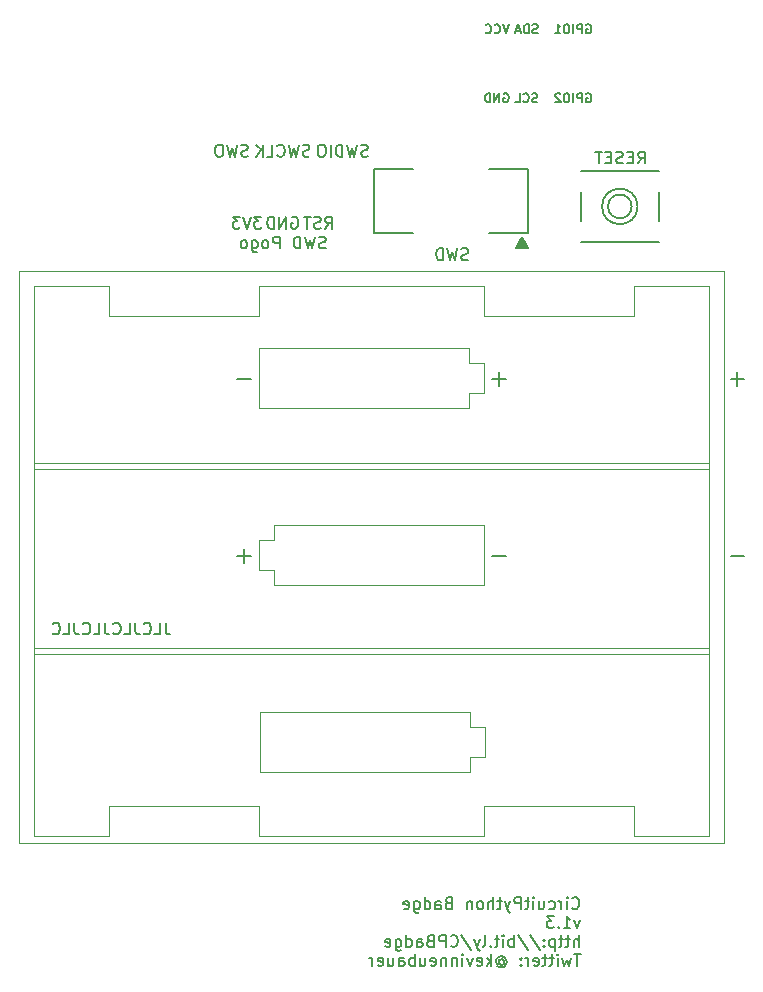
<source format=gbo>
G04 #@! TF.GenerationSoftware,KiCad,Pcbnew,(5.1.4-0-10_14)*
G04 #@! TF.CreationDate,2019-11-18T16:06:03-06:00*
G04 #@! TF.ProjectId,CircuitPythonBadge v1_3,43697263-7569-4745-9079-74686f6e4261,rev?*
G04 #@! TF.SameCoordinates,Original*
G04 #@! TF.FileFunction,Legend,Bot*
G04 #@! TF.FilePolarity,Positive*
%FSLAX46Y46*%
G04 Gerber Fmt 4.6, Leading zero omitted, Abs format (unit mm)*
G04 Created by KiCad (PCBNEW (5.1.4-0-10_14)) date 2019-11-18 16:06:03*
%MOMM*%
%LPD*%
G04 APERTURE LIST*
%ADD10C,0.150000*%
%ADD11C,0.120000*%
%ADD12C,0.203200*%
%ADD13C,0.127000*%
G04 APERTURE END LIST*
D10*
X82419047Y-111452380D02*
X82419047Y-112166666D01*
X82466666Y-112309523D01*
X82561904Y-112404761D01*
X82704761Y-112452380D01*
X82800000Y-112452380D01*
X81466666Y-112452380D02*
X81942857Y-112452380D01*
X81942857Y-111452380D01*
X80561904Y-112357142D02*
X80609523Y-112404761D01*
X80752380Y-112452380D01*
X80847619Y-112452380D01*
X80990476Y-112404761D01*
X81085714Y-112309523D01*
X81133333Y-112214285D01*
X81180952Y-112023809D01*
X81180952Y-111880952D01*
X81133333Y-111690476D01*
X81085714Y-111595238D01*
X80990476Y-111500000D01*
X80847619Y-111452380D01*
X80752380Y-111452380D01*
X80609523Y-111500000D01*
X80561904Y-111547619D01*
X79847619Y-111452380D02*
X79847619Y-112166666D01*
X79895238Y-112309523D01*
X79990476Y-112404761D01*
X80133333Y-112452380D01*
X80228571Y-112452380D01*
X78895238Y-112452380D02*
X79371428Y-112452380D01*
X79371428Y-111452380D01*
X77990476Y-112357142D02*
X78038095Y-112404761D01*
X78180952Y-112452380D01*
X78276190Y-112452380D01*
X78419047Y-112404761D01*
X78514285Y-112309523D01*
X78561904Y-112214285D01*
X78609523Y-112023809D01*
X78609523Y-111880952D01*
X78561904Y-111690476D01*
X78514285Y-111595238D01*
X78419047Y-111500000D01*
X78276190Y-111452380D01*
X78180952Y-111452380D01*
X78038095Y-111500000D01*
X77990476Y-111547619D01*
X77276190Y-111452380D02*
X77276190Y-112166666D01*
X77323809Y-112309523D01*
X77419047Y-112404761D01*
X77561904Y-112452380D01*
X77657142Y-112452380D01*
X76323809Y-112452380D02*
X76800000Y-112452380D01*
X76800000Y-111452380D01*
X75419047Y-112357142D02*
X75466666Y-112404761D01*
X75609523Y-112452380D01*
X75704761Y-112452380D01*
X75847619Y-112404761D01*
X75942857Y-112309523D01*
X75990476Y-112214285D01*
X76038095Y-112023809D01*
X76038095Y-111880952D01*
X75990476Y-111690476D01*
X75942857Y-111595238D01*
X75847619Y-111500000D01*
X75704761Y-111452380D01*
X75609523Y-111452380D01*
X75466666Y-111500000D01*
X75419047Y-111547619D01*
X74704761Y-111452380D02*
X74704761Y-112166666D01*
X74752380Y-112309523D01*
X74847619Y-112404761D01*
X74990476Y-112452380D01*
X75085714Y-112452380D01*
X73752380Y-112452380D02*
X74228571Y-112452380D01*
X74228571Y-111452380D01*
X72847619Y-112357142D02*
X72895238Y-112404761D01*
X73038095Y-112452380D01*
X73133333Y-112452380D01*
X73276190Y-112404761D01*
X73371428Y-112309523D01*
X73419047Y-112214285D01*
X73466666Y-112023809D01*
X73466666Y-111880952D01*
X73419047Y-111690476D01*
X73371428Y-111595238D01*
X73276190Y-111500000D01*
X73133333Y-111452380D01*
X73038095Y-111452380D01*
X72895238Y-111500000D01*
X72847619Y-111547619D01*
X95971238Y-79712761D02*
X95828380Y-79760380D01*
X95590285Y-79760380D01*
X95495047Y-79712761D01*
X95447428Y-79665142D01*
X95399809Y-79569904D01*
X95399809Y-79474666D01*
X95447428Y-79379428D01*
X95495047Y-79331809D01*
X95590285Y-79284190D01*
X95780761Y-79236571D01*
X95876000Y-79188952D01*
X95923619Y-79141333D01*
X95971238Y-79046095D01*
X95971238Y-78950857D01*
X95923619Y-78855619D01*
X95876000Y-78808000D01*
X95780761Y-78760380D01*
X95542666Y-78760380D01*
X95399809Y-78808000D01*
X95066476Y-78760380D02*
X94828380Y-79760380D01*
X94637904Y-79046095D01*
X94447428Y-79760380D01*
X94209333Y-78760380D01*
X93828380Y-79760380D02*
X93828380Y-78760380D01*
X93590285Y-78760380D01*
X93447428Y-78808000D01*
X93352190Y-78903238D01*
X93304571Y-78998476D01*
X93256952Y-79188952D01*
X93256952Y-79331809D01*
X93304571Y-79522285D01*
X93352190Y-79617523D01*
X93447428Y-79712761D01*
X93590285Y-79760380D01*
X93828380Y-79760380D01*
X92066476Y-79760380D02*
X92066476Y-78760380D01*
X91685523Y-78760380D01*
X91590285Y-78808000D01*
X91542666Y-78855619D01*
X91495047Y-78950857D01*
X91495047Y-79093714D01*
X91542666Y-79188952D01*
X91590285Y-79236571D01*
X91685523Y-79284190D01*
X92066476Y-79284190D01*
X90923619Y-79760380D02*
X91018857Y-79712761D01*
X91066476Y-79665142D01*
X91114095Y-79569904D01*
X91114095Y-79284190D01*
X91066476Y-79188952D01*
X91018857Y-79141333D01*
X90923619Y-79093714D01*
X90780761Y-79093714D01*
X90685523Y-79141333D01*
X90637904Y-79188952D01*
X90590285Y-79284190D01*
X90590285Y-79569904D01*
X90637904Y-79665142D01*
X90685523Y-79712761D01*
X90780761Y-79760380D01*
X90923619Y-79760380D01*
X89733142Y-79093714D02*
X89733142Y-79903238D01*
X89780761Y-79998476D01*
X89828380Y-80046095D01*
X89923619Y-80093714D01*
X90066476Y-80093714D01*
X90161714Y-80046095D01*
X89733142Y-79712761D02*
X89828380Y-79760380D01*
X90018857Y-79760380D01*
X90114095Y-79712761D01*
X90161714Y-79665142D01*
X90209333Y-79569904D01*
X90209333Y-79284190D01*
X90161714Y-79188952D01*
X90114095Y-79141333D01*
X90018857Y-79093714D01*
X89828380Y-79093714D01*
X89733142Y-79141333D01*
X89114095Y-79760380D02*
X89209333Y-79712761D01*
X89256952Y-79665142D01*
X89304571Y-79569904D01*
X89304571Y-79284190D01*
X89256952Y-79188952D01*
X89209333Y-79141333D01*
X89114095Y-79093714D01*
X88971238Y-79093714D01*
X88876000Y-79141333D01*
X88828380Y-79188952D01*
X88780761Y-79284190D01*
X88780761Y-79569904D01*
X88828380Y-79665142D01*
X88876000Y-79712761D01*
X88971238Y-79760380D01*
X89114095Y-79760380D01*
X117557261Y-139502380D02*
X116985833Y-139502380D01*
X117271547Y-140502380D02*
X117271547Y-139502380D01*
X116747738Y-139835714D02*
X116557261Y-140502380D01*
X116366785Y-140026190D01*
X116176309Y-140502380D01*
X115985833Y-139835714D01*
X115604880Y-140502380D02*
X115604880Y-139835714D01*
X115604880Y-139502380D02*
X115652500Y-139550000D01*
X115604880Y-139597619D01*
X115557261Y-139550000D01*
X115604880Y-139502380D01*
X115604880Y-139597619D01*
X115271547Y-139835714D02*
X114890595Y-139835714D01*
X115128690Y-139502380D02*
X115128690Y-140359523D01*
X115081071Y-140454761D01*
X114985833Y-140502380D01*
X114890595Y-140502380D01*
X114700119Y-139835714D02*
X114319166Y-139835714D01*
X114557261Y-139502380D02*
X114557261Y-140359523D01*
X114509642Y-140454761D01*
X114414404Y-140502380D01*
X114319166Y-140502380D01*
X113604880Y-140454761D02*
X113700119Y-140502380D01*
X113890595Y-140502380D01*
X113985833Y-140454761D01*
X114033452Y-140359523D01*
X114033452Y-139978571D01*
X113985833Y-139883333D01*
X113890595Y-139835714D01*
X113700119Y-139835714D01*
X113604880Y-139883333D01*
X113557261Y-139978571D01*
X113557261Y-140073809D01*
X114033452Y-140169047D01*
X113128690Y-140502380D02*
X113128690Y-139835714D01*
X113128690Y-140026190D02*
X113081071Y-139930952D01*
X113033452Y-139883333D01*
X112938214Y-139835714D01*
X112842976Y-139835714D01*
X112509642Y-140407142D02*
X112462023Y-140454761D01*
X112509642Y-140502380D01*
X112557261Y-140454761D01*
X112509642Y-140407142D01*
X112509642Y-140502380D01*
X112509642Y-139883333D02*
X112462023Y-139930952D01*
X112509642Y-139978571D01*
X112557261Y-139930952D01*
X112509642Y-139883333D01*
X112509642Y-139978571D01*
X110652500Y-140026190D02*
X110700119Y-139978571D01*
X110795357Y-139930952D01*
X110890595Y-139930952D01*
X110985833Y-139978571D01*
X111033452Y-140026190D01*
X111081071Y-140121428D01*
X111081071Y-140216666D01*
X111033452Y-140311904D01*
X110985833Y-140359523D01*
X110890595Y-140407142D01*
X110795357Y-140407142D01*
X110700119Y-140359523D01*
X110652500Y-140311904D01*
X110652500Y-139930952D02*
X110652500Y-140311904D01*
X110604880Y-140359523D01*
X110557261Y-140359523D01*
X110462023Y-140311904D01*
X110414404Y-140216666D01*
X110414404Y-139978571D01*
X110509642Y-139835714D01*
X110652500Y-139740476D01*
X110842976Y-139692857D01*
X111033452Y-139740476D01*
X111176309Y-139835714D01*
X111271547Y-139978571D01*
X111319166Y-140169047D01*
X111271547Y-140359523D01*
X111176309Y-140502380D01*
X111033452Y-140597619D01*
X110842976Y-140645238D01*
X110652500Y-140597619D01*
X110509642Y-140502380D01*
X109985833Y-140502380D02*
X109985833Y-139502380D01*
X109890595Y-140121428D02*
X109604880Y-140502380D01*
X109604880Y-139835714D02*
X109985833Y-140216666D01*
X108795357Y-140454761D02*
X108890595Y-140502380D01*
X109081071Y-140502380D01*
X109176309Y-140454761D01*
X109223928Y-140359523D01*
X109223928Y-139978571D01*
X109176309Y-139883333D01*
X109081071Y-139835714D01*
X108890595Y-139835714D01*
X108795357Y-139883333D01*
X108747738Y-139978571D01*
X108747738Y-140073809D01*
X109223928Y-140169047D01*
X108414404Y-139835714D02*
X108176309Y-140502380D01*
X107938214Y-139835714D01*
X107557261Y-140502380D02*
X107557261Y-139835714D01*
X107557261Y-139502380D02*
X107604880Y-139550000D01*
X107557261Y-139597619D01*
X107509642Y-139550000D01*
X107557261Y-139502380D01*
X107557261Y-139597619D01*
X107081071Y-139835714D02*
X107081071Y-140502380D01*
X107081071Y-139930952D02*
X107033452Y-139883333D01*
X106938214Y-139835714D01*
X106795357Y-139835714D01*
X106700119Y-139883333D01*
X106652500Y-139978571D01*
X106652500Y-140502380D01*
X106176309Y-139835714D02*
X106176309Y-140502380D01*
X106176309Y-139930952D02*
X106128690Y-139883333D01*
X106033452Y-139835714D01*
X105890595Y-139835714D01*
X105795357Y-139883333D01*
X105747738Y-139978571D01*
X105747738Y-140502380D01*
X104890595Y-140454761D02*
X104985833Y-140502380D01*
X105176309Y-140502380D01*
X105271547Y-140454761D01*
X105319166Y-140359523D01*
X105319166Y-139978571D01*
X105271547Y-139883333D01*
X105176309Y-139835714D01*
X104985833Y-139835714D01*
X104890595Y-139883333D01*
X104842976Y-139978571D01*
X104842976Y-140073809D01*
X105319166Y-140169047D01*
X103985833Y-139835714D02*
X103985833Y-140502380D01*
X104414404Y-139835714D02*
X104414404Y-140359523D01*
X104366785Y-140454761D01*
X104271547Y-140502380D01*
X104128690Y-140502380D01*
X104033452Y-140454761D01*
X103985833Y-140407142D01*
X103509642Y-140502380D02*
X103509642Y-139502380D01*
X103509642Y-139883333D02*
X103414404Y-139835714D01*
X103223928Y-139835714D01*
X103128690Y-139883333D01*
X103081071Y-139930952D01*
X103033452Y-140026190D01*
X103033452Y-140311904D01*
X103081071Y-140407142D01*
X103128690Y-140454761D01*
X103223928Y-140502380D01*
X103414404Y-140502380D01*
X103509642Y-140454761D01*
X102176309Y-140502380D02*
X102176309Y-139978571D01*
X102223928Y-139883333D01*
X102319166Y-139835714D01*
X102509642Y-139835714D01*
X102604880Y-139883333D01*
X102176309Y-140454761D02*
X102271547Y-140502380D01*
X102509642Y-140502380D01*
X102604880Y-140454761D01*
X102652500Y-140359523D01*
X102652500Y-140264285D01*
X102604880Y-140169047D01*
X102509642Y-140121428D01*
X102271547Y-140121428D01*
X102176309Y-140073809D01*
X101271547Y-139835714D02*
X101271547Y-140502380D01*
X101700119Y-139835714D02*
X101700119Y-140359523D01*
X101652500Y-140454761D01*
X101557261Y-140502380D01*
X101414404Y-140502380D01*
X101319166Y-140454761D01*
X101271547Y-140407142D01*
X100414404Y-140454761D02*
X100509642Y-140502380D01*
X100700119Y-140502380D01*
X100795357Y-140454761D01*
X100842976Y-140359523D01*
X100842976Y-139978571D01*
X100795357Y-139883333D01*
X100700119Y-139835714D01*
X100509642Y-139835714D01*
X100414404Y-139883333D01*
X100366785Y-139978571D01*
X100366785Y-140073809D01*
X100842976Y-140169047D01*
X99938214Y-140502380D02*
X99938214Y-139835714D01*
X99938214Y-140026190D02*
X99890595Y-139930952D01*
X99842976Y-139883333D01*
X99747738Y-139835714D01*
X99652500Y-139835714D01*
X108033142Y-80712761D02*
X107890285Y-80760380D01*
X107652190Y-80760380D01*
X107556952Y-80712761D01*
X107509333Y-80665142D01*
X107461714Y-80569904D01*
X107461714Y-80474666D01*
X107509333Y-80379428D01*
X107556952Y-80331809D01*
X107652190Y-80284190D01*
X107842666Y-80236571D01*
X107937904Y-80188952D01*
X107985523Y-80141333D01*
X108033142Y-80046095D01*
X108033142Y-79950857D01*
X107985523Y-79855619D01*
X107937904Y-79808000D01*
X107842666Y-79760380D01*
X107604571Y-79760380D01*
X107461714Y-79808000D01*
X107128380Y-79760380D02*
X106890285Y-80760380D01*
X106699809Y-80046095D01*
X106509333Y-80760380D01*
X106271238Y-79760380D01*
X105890285Y-80760380D02*
X105890285Y-79760380D01*
X105652190Y-79760380D01*
X105509333Y-79808000D01*
X105414095Y-79903238D01*
X105366476Y-79998476D01*
X105318857Y-80188952D01*
X105318857Y-80331809D01*
X105366476Y-80522285D01*
X105414095Y-80617523D01*
X105509333Y-80712761D01*
X105652190Y-80760380D01*
X105890285Y-80760380D01*
X122428380Y-72560380D02*
X122761714Y-72084190D01*
X122999809Y-72560380D02*
X122999809Y-71560380D01*
X122618857Y-71560380D01*
X122523619Y-71608000D01*
X122476000Y-71655619D01*
X122428380Y-71750857D01*
X122428380Y-71893714D01*
X122476000Y-71988952D01*
X122523619Y-72036571D01*
X122618857Y-72084190D01*
X122999809Y-72084190D01*
X121999809Y-72036571D02*
X121666476Y-72036571D01*
X121523619Y-72560380D02*
X121999809Y-72560380D01*
X121999809Y-71560380D01*
X121523619Y-71560380D01*
X121142666Y-72512761D02*
X120999809Y-72560380D01*
X120761714Y-72560380D01*
X120666476Y-72512761D01*
X120618857Y-72465142D01*
X120571238Y-72369904D01*
X120571238Y-72274666D01*
X120618857Y-72179428D01*
X120666476Y-72131809D01*
X120761714Y-72084190D01*
X120952190Y-72036571D01*
X121047428Y-71988952D01*
X121095047Y-71941333D01*
X121142666Y-71846095D01*
X121142666Y-71750857D01*
X121095047Y-71655619D01*
X121047428Y-71608000D01*
X120952190Y-71560380D01*
X120714095Y-71560380D01*
X120571238Y-71608000D01*
X120142666Y-72036571D02*
X119809333Y-72036571D01*
X119666476Y-72560380D02*
X120142666Y-72560380D01*
X120142666Y-71560380D01*
X119666476Y-71560380D01*
X119380761Y-71560380D02*
X118809333Y-71560380D01*
X119095047Y-72560380D02*
X119095047Y-71560380D01*
X116842976Y-135607142D02*
X116890595Y-135654761D01*
X117033452Y-135702380D01*
X117128690Y-135702380D01*
X117271547Y-135654761D01*
X117366785Y-135559523D01*
X117414404Y-135464285D01*
X117462023Y-135273809D01*
X117462023Y-135130952D01*
X117414404Y-134940476D01*
X117366785Y-134845238D01*
X117271547Y-134750000D01*
X117128690Y-134702380D01*
X117033452Y-134702380D01*
X116890595Y-134750000D01*
X116842976Y-134797619D01*
X116414404Y-135702380D02*
X116414404Y-135035714D01*
X116414404Y-134702380D02*
X116462023Y-134750000D01*
X116414404Y-134797619D01*
X116366785Y-134750000D01*
X116414404Y-134702380D01*
X116414404Y-134797619D01*
X115938214Y-135702380D02*
X115938214Y-135035714D01*
X115938214Y-135226190D02*
X115890595Y-135130952D01*
X115842976Y-135083333D01*
X115747738Y-135035714D01*
X115652500Y-135035714D01*
X114890595Y-135654761D02*
X114985833Y-135702380D01*
X115176309Y-135702380D01*
X115271547Y-135654761D01*
X115319166Y-135607142D01*
X115366785Y-135511904D01*
X115366785Y-135226190D01*
X115319166Y-135130952D01*
X115271547Y-135083333D01*
X115176309Y-135035714D01*
X114985833Y-135035714D01*
X114890595Y-135083333D01*
X114033452Y-135035714D02*
X114033452Y-135702380D01*
X114462023Y-135035714D02*
X114462023Y-135559523D01*
X114414404Y-135654761D01*
X114319166Y-135702380D01*
X114176309Y-135702380D01*
X114081071Y-135654761D01*
X114033452Y-135607142D01*
X113557261Y-135702380D02*
X113557261Y-135035714D01*
X113557261Y-134702380D02*
X113604880Y-134750000D01*
X113557261Y-134797619D01*
X113509642Y-134750000D01*
X113557261Y-134702380D01*
X113557261Y-134797619D01*
X113223928Y-135035714D02*
X112842976Y-135035714D01*
X113081071Y-134702380D02*
X113081071Y-135559523D01*
X113033452Y-135654761D01*
X112938214Y-135702380D01*
X112842976Y-135702380D01*
X112509642Y-135702380D02*
X112509642Y-134702380D01*
X112128690Y-134702380D01*
X112033452Y-134750000D01*
X111985833Y-134797619D01*
X111938214Y-134892857D01*
X111938214Y-135035714D01*
X111985833Y-135130952D01*
X112033452Y-135178571D01*
X112128690Y-135226190D01*
X112509642Y-135226190D01*
X111604880Y-135035714D02*
X111366785Y-135702380D01*
X111128690Y-135035714D02*
X111366785Y-135702380D01*
X111462023Y-135940476D01*
X111509642Y-135988095D01*
X111604880Y-136035714D01*
X110890595Y-135035714D02*
X110509642Y-135035714D01*
X110747738Y-134702380D02*
X110747738Y-135559523D01*
X110700119Y-135654761D01*
X110604880Y-135702380D01*
X110509642Y-135702380D01*
X110176309Y-135702380D02*
X110176309Y-134702380D01*
X109747738Y-135702380D02*
X109747738Y-135178571D01*
X109795357Y-135083333D01*
X109890595Y-135035714D01*
X110033452Y-135035714D01*
X110128690Y-135083333D01*
X110176309Y-135130952D01*
X109128690Y-135702380D02*
X109223928Y-135654761D01*
X109271547Y-135607142D01*
X109319166Y-135511904D01*
X109319166Y-135226190D01*
X109271547Y-135130952D01*
X109223928Y-135083333D01*
X109128690Y-135035714D01*
X108985833Y-135035714D01*
X108890595Y-135083333D01*
X108842976Y-135130952D01*
X108795357Y-135226190D01*
X108795357Y-135511904D01*
X108842976Y-135607142D01*
X108890595Y-135654761D01*
X108985833Y-135702380D01*
X109128690Y-135702380D01*
X108366785Y-135035714D02*
X108366785Y-135702380D01*
X108366785Y-135130952D02*
X108319166Y-135083333D01*
X108223928Y-135035714D01*
X108081071Y-135035714D01*
X107985833Y-135083333D01*
X107938214Y-135178571D01*
X107938214Y-135702380D01*
X106366785Y-135178571D02*
X106223928Y-135226190D01*
X106176309Y-135273809D01*
X106128690Y-135369047D01*
X106128690Y-135511904D01*
X106176309Y-135607142D01*
X106223928Y-135654761D01*
X106319166Y-135702380D01*
X106700119Y-135702380D01*
X106700119Y-134702380D01*
X106366785Y-134702380D01*
X106271547Y-134750000D01*
X106223928Y-134797619D01*
X106176309Y-134892857D01*
X106176309Y-134988095D01*
X106223928Y-135083333D01*
X106271547Y-135130952D01*
X106366785Y-135178571D01*
X106700119Y-135178571D01*
X105271547Y-135702380D02*
X105271547Y-135178571D01*
X105319166Y-135083333D01*
X105414404Y-135035714D01*
X105604880Y-135035714D01*
X105700119Y-135083333D01*
X105271547Y-135654761D02*
X105366785Y-135702380D01*
X105604880Y-135702380D01*
X105700119Y-135654761D01*
X105747738Y-135559523D01*
X105747738Y-135464285D01*
X105700119Y-135369047D01*
X105604880Y-135321428D01*
X105366785Y-135321428D01*
X105271547Y-135273809D01*
X104366785Y-135702380D02*
X104366785Y-134702380D01*
X104366785Y-135654761D02*
X104462023Y-135702380D01*
X104652500Y-135702380D01*
X104747738Y-135654761D01*
X104795357Y-135607142D01*
X104842976Y-135511904D01*
X104842976Y-135226190D01*
X104795357Y-135130952D01*
X104747738Y-135083333D01*
X104652500Y-135035714D01*
X104462023Y-135035714D01*
X104366785Y-135083333D01*
X103462023Y-135035714D02*
X103462023Y-135845238D01*
X103509642Y-135940476D01*
X103557261Y-135988095D01*
X103652500Y-136035714D01*
X103795357Y-136035714D01*
X103890595Y-135988095D01*
X103462023Y-135654761D02*
X103557261Y-135702380D01*
X103747738Y-135702380D01*
X103842976Y-135654761D01*
X103890595Y-135607142D01*
X103938214Y-135511904D01*
X103938214Y-135226190D01*
X103890595Y-135130952D01*
X103842976Y-135083333D01*
X103747738Y-135035714D01*
X103557261Y-135035714D01*
X103462023Y-135083333D01*
X102604880Y-135654761D02*
X102700119Y-135702380D01*
X102890595Y-135702380D01*
X102985833Y-135654761D01*
X103033452Y-135559523D01*
X103033452Y-135178571D01*
X102985833Y-135083333D01*
X102890595Y-135035714D01*
X102700119Y-135035714D01*
X102604880Y-135083333D01*
X102557261Y-135178571D01*
X102557261Y-135273809D01*
X103033452Y-135369047D01*
X117509642Y-136635714D02*
X117271547Y-137302380D01*
X117033452Y-136635714D01*
X116128690Y-137302380D02*
X116700119Y-137302380D01*
X116414404Y-137302380D02*
X116414404Y-136302380D01*
X116509642Y-136445238D01*
X116604880Y-136540476D01*
X116700119Y-136588095D01*
X115700119Y-137207142D02*
X115652500Y-137254761D01*
X115700119Y-137302380D01*
X115747738Y-137254761D01*
X115700119Y-137207142D01*
X115700119Y-137302380D01*
X115319166Y-136302380D02*
X114700119Y-136302380D01*
X115033452Y-136683333D01*
X114890595Y-136683333D01*
X114795357Y-136730952D01*
X114747738Y-136778571D01*
X114700119Y-136873809D01*
X114700119Y-137111904D01*
X114747738Y-137207142D01*
X114795357Y-137254761D01*
X114890595Y-137302380D01*
X115176309Y-137302380D01*
X115271547Y-137254761D01*
X115319166Y-137207142D01*
X117414404Y-138902380D02*
X117414404Y-137902380D01*
X116985833Y-138902380D02*
X116985833Y-138378571D01*
X117033452Y-138283333D01*
X117128690Y-138235714D01*
X117271547Y-138235714D01*
X117366785Y-138283333D01*
X117414404Y-138330952D01*
X116652500Y-138235714D02*
X116271547Y-138235714D01*
X116509642Y-137902380D02*
X116509642Y-138759523D01*
X116462023Y-138854761D01*
X116366785Y-138902380D01*
X116271547Y-138902380D01*
X116081071Y-138235714D02*
X115700119Y-138235714D01*
X115938214Y-137902380D02*
X115938214Y-138759523D01*
X115890595Y-138854761D01*
X115795357Y-138902380D01*
X115700119Y-138902380D01*
X115366785Y-138235714D02*
X115366785Y-139235714D01*
X115366785Y-138283333D02*
X115271547Y-138235714D01*
X115081071Y-138235714D01*
X114985833Y-138283333D01*
X114938214Y-138330952D01*
X114890595Y-138426190D01*
X114890595Y-138711904D01*
X114938214Y-138807142D01*
X114985833Y-138854761D01*
X115081071Y-138902380D01*
X115271547Y-138902380D01*
X115366785Y-138854761D01*
X114462023Y-138807142D02*
X114414404Y-138854761D01*
X114462023Y-138902380D01*
X114509642Y-138854761D01*
X114462023Y-138807142D01*
X114462023Y-138902380D01*
X114462023Y-138283333D02*
X114414404Y-138330952D01*
X114462023Y-138378571D01*
X114509642Y-138330952D01*
X114462023Y-138283333D01*
X114462023Y-138378571D01*
X113271547Y-137854761D02*
X114128690Y-139140476D01*
X112223928Y-137854761D02*
X113081071Y-139140476D01*
X111890595Y-138902380D02*
X111890595Y-137902380D01*
X111890595Y-138283333D02*
X111795357Y-138235714D01*
X111604880Y-138235714D01*
X111509642Y-138283333D01*
X111462023Y-138330952D01*
X111414404Y-138426190D01*
X111414404Y-138711904D01*
X111462023Y-138807142D01*
X111509642Y-138854761D01*
X111604880Y-138902380D01*
X111795357Y-138902380D01*
X111890595Y-138854761D01*
X110985833Y-138902380D02*
X110985833Y-138235714D01*
X110985833Y-137902380D02*
X111033452Y-137950000D01*
X110985833Y-137997619D01*
X110938214Y-137950000D01*
X110985833Y-137902380D01*
X110985833Y-137997619D01*
X110652500Y-138235714D02*
X110271547Y-138235714D01*
X110509642Y-137902380D02*
X110509642Y-138759523D01*
X110462023Y-138854761D01*
X110366785Y-138902380D01*
X110271547Y-138902380D01*
X109938214Y-138807142D02*
X109890595Y-138854761D01*
X109938214Y-138902380D01*
X109985833Y-138854761D01*
X109938214Y-138807142D01*
X109938214Y-138902380D01*
X109319166Y-138902380D02*
X109414404Y-138854761D01*
X109462023Y-138759523D01*
X109462023Y-137902380D01*
X109033452Y-138235714D02*
X108795357Y-138902380D01*
X108557261Y-138235714D02*
X108795357Y-138902380D01*
X108890595Y-139140476D01*
X108938214Y-139188095D01*
X109033452Y-139235714D01*
X107462023Y-137854761D02*
X108319166Y-139140476D01*
X106557261Y-138807142D02*
X106604880Y-138854761D01*
X106747738Y-138902380D01*
X106842976Y-138902380D01*
X106985833Y-138854761D01*
X107081071Y-138759523D01*
X107128690Y-138664285D01*
X107176309Y-138473809D01*
X107176309Y-138330952D01*
X107128690Y-138140476D01*
X107081071Y-138045238D01*
X106985833Y-137950000D01*
X106842976Y-137902380D01*
X106747738Y-137902380D01*
X106604880Y-137950000D01*
X106557261Y-137997619D01*
X106128690Y-138902380D02*
X106128690Y-137902380D01*
X105747738Y-137902380D01*
X105652500Y-137950000D01*
X105604880Y-137997619D01*
X105557261Y-138092857D01*
X105557261Y-138235714D01*
X105604880Y-138330952D01*
X105652500Y-138378571D01*
X105747738Y-138426190D01*
X106128690Y-138426190D01*
X104795357Y-138378571D02*
X104652500Y-138426190D01*
X104604880Y-138473809D01*
X104557261Y-138569047D01*
X104557261Y-138711904D01*
X104604880Y-138807142D01*
X104652500Y-138854761D01*
X104747738Y-138902380D01*
X105128690Y-138902380D01*
X105128690Y-137902380D01*
X104795357Y-137902380D01*
X104700119Y-137950000D01*
X104652500Y-137997619D01*
X104604880Y-138092857D01*
X104604880Y-138188095D01*
X104652500Y-138283333D01*
X104700119Y-138330952D01*
X104795357Y-138378571D01*
X105128690Y-138378571D01*
X103700119Y-138902380D02*
X103700119Y-138378571D01*
X103747738Y-138283333D01*
X103842976Y-138235714D01*
X104033452Y-138235714D01*
X104128690Y-138283333D01*
X103700119Y-138854761D02*
X103795357Y-138902380D01*
X104033452Y-138902380D01*
X104128690Y-138854761D01*
X104176309Y-138759523D01*
X104176309Y-138664285D01*
X104128690Y-138569047D01*
X104033452Y-138521428D01*
X103795357Y-138521428D01*
X103700119Y-138473809D01*
X102795357Y-138902380D02*
X102795357Y-137902380D01*
X102795357Y-138854761D02*
X102890595Y-138902380D01*
X103081071Y-138902380D01*
X103176309Y-138854761D01*
X103223928Y-138807142D01*
X103271547Y-138711904D01*
X103271547Y-138426190D01*
X103223928Y-138330952D01*
X103176309Y-138283333D01*
X103081071Y-138235714D01*
X102890595Y-138235714D01*
X102795357Y-138283333D01*
X101890595Y-138235714D02*
X101890595Y-139045238D01*
X101938214Y-139140476D01*
X101985833Y-139188095D01*
X102081071Y-139235714D01*
X102223928Y-139235714D01*
X102319166Y-139188095D01*
X101890595Y-138854761D02*
X101985833Y-138902380D01*
X102176309Y-138902380D01*
X102271547Y-138854761D01*
X102319166Y-138807142D01*
X102366785Y-138711904D01*
X102366785Y-138426190D01*
X102319166Y-138330952D01*
X102271547Y-138283333D01*
X102176309Y-138235714D01*
X101985833Y-138235714D01*
X101890595Y-138283333D01*
X101033452Y-138854761D02*
X101128690Y-138902380D01*
X101319166Y-138902380D01*
X101414404Y-138854761D01*
X101462023Y-138759523D01*
X101462023Y-138378571D01*
X101414404Y-138283333D01*
X101319166Y-138235714D01*
X101128690Y-138235714D01*
X101033452Y-138283333D01*
X100985833Y-138378571D01*
X100985833Y-138473809D01*
X101462023Y-138569047D01*
D11*
X90416000Y-119017000D02*
X90416000Y-124097000D01*
X90416000Y-124097000D02*
X108196000Y-124097000D01*
X108196000Y-124097000D02*
X108196000Y-122827000D01*
X108196000Y-122827000D02*
X109466000Y-122827000D01*
X109466000Y-122827000D02*
X109466000Y-120287000D01*
X109466000Y-120287000D02*
X108196000Y-120287000D01*
X108196000Y-120287000D02*
X108196000Y-119017000D01*
X108196000Y-119017000D02*
X90416000Y-119017000D01*
X128437000Y-114068000D02*
X71267000Y-114068000D01*
X71270000Y-113562000D02*
X128440000Y-113562000D01*
X77645000Y-129487000D02*
X77645000Y-126947000D01*
X71270000Y-129487000D02*
X77645000Y-129487000D01*
X71270000Y-82905000D02*
X71267000Y-129435000D01*
X77645000Y-82905000D02*
X77645000Y-85445000D01*
X71270000Y-82905000D02*
X77645000Y-82905000D01*
X122095000Y-126947000D02*
X109395000Y-126947000D01*
X122095000Y-129487000D02*
X122095000Y-126947000D01*
X128440000Y-129487000D02*
X122095000Y-129487000D01*
X128440000Y-82905000D02*
X128440000Y-129487000D01*
X122095000Y-82905000D02*
X128440000Y-82905000D01*
X122095000Y-85445000D02*
X122095000Y-82905000D01*
X122095000Y-85445000D02*
X109395000Y-85445000D01*
X77645000Y-126947000D02*
X90345000Y-126947000D01*
X109395000Y-82905000D02*
X109395000Y-85445000D01*
X90345000Y-82905000D02*
X109395000Y-82905000D01*
X90345000Y-85445000D02*
X90345000Y-82905000D01*
X77645000Y-85445000D02*
X90345000Y-85445000D01*
X90345000Y-129487000D02*
X90345000Y-126947000D01*
X109395000Y-129487000D02*
X90345000Y-129487000D01*
X109395000Y-126947000D02*
X109395000Y-129487000D01*
X71270000Y-98449000D02*
X128440000Y-98449000D01*
X128440000Y-97941000D02*
X71270000Y-97941000D01*
X90345000Y-88160000D02*
X90345000Y-89430000D01*
X108125000Y-88160000D02*
X90345000Y-88160000D01*
X108125000Y-89430000D02*
X108125000Y-88160000D01*
X109395000Y-89430000D02*
X108125000Y-89430000D01*
X109395000Y-91970000D02*
X109395000Y-89430000D01*
X108125000Y-91970000D02*
X109395000Y-91970000D01*
X108125000Y-93240000D02*
X108125000Y-91970000D01*
X90345000Y-93240000D02*
X108125000Y-93240000D01*
X90345000Y-89430000D02*
X90345000Y-93240000D01*
X91615000Y-108230000D02*
X109395000Y-108230000D01*
X91615000Y-106960000D02*
X91615000Y-108230000D01*
X90345000Y-106960000D02*
X91615000Y-106960000D01*
X90345000Y-104420000D02*
X90345000Y-106960000D01*
X91615000Y-104420000D02*
X90345000Y-104420000D01*
X91615000Y-103150000D02*
X91615000Y-104420000D01*
X109395000Y-103150000D02*
X91615000Y-103150000D01*
X109395000Y-108230000D02*
X109395000Y-103150000D01*
X70000000Y-81635000D02*
X129710000Y-81635000D01*
X129710000Y-81635000D02*
X129710000Y-130070000D01*
X129710000Y-130070000D02*
X70000000Y-130070000D01*
X70000000Y-130070000D02*
X70000000Y-81635000D01*
D12*
X121874220Y-76208000D02*
G75*
G03X121874220Y-76208000I-998220J0D01*
G01*
X122377140Y-76208000D02*
G75*
G03X122377140Y-76208000I-1501140J0D01*
G01*
X117576540Y-75009120D02*
X117576540Y-77406880D01*
X124175460Y-77406880D02*
X124175460Y-75009120D01*
X117576540Y-79207740D02*
X124175460Y-79207740D01*
X124175460Y-73208260D02*
X117576540Y-73208260D01*
D13*
X109773860Y-73059320D02*
X113075860Y-73059320D01*
X113075860Y-73059320D02*
X113075860Y-78454280D01*
X113075860Y-78454280D02*
X109773860Y-78454280D01*
X103378140Y-73059320D02*
X100076140Y-73059320D01*
X100076140Y-73059320D02*
X100076140Y-78454280D01*
X100076140Y-78454280D02*
X103378140Y-78454280D01*
G36*
X113075860Y-79754760D02*
G01*
X112075100Y-79754760D01*
X112575480Y-78756540D01*
X113075860Y-79754760D01*
X113075860Y-79754760D01*
G37*
X113075860Y-79754760D02*
X112075100Y-79754760D01*
X112575480Y-78756540D01*
X113075860Y-79754760D01*
D10*
X111236428Y-90807142D02*
X110093571Y-90807142D01*
X110665000Y-91378571D02*
X110665000Y-90235714D01*
X89646428Y-90807142D02*
X88503571Y-90807142D01*
X131401428Y-105797142D02*
X130258571Y-105797142D01*
X131401428Y-90807142D02*
X130258571Y-90807142D01*
X130830000Y-91378571D02*
X130830000Y-90235714D01*
X111236428Y-105797142D02*
X110093571Y-105797142D01*
X89646428Y-105797142D02*
X88503571Y-105797142D01*
X89075000Y-106368571D02*
X89075000Y-105225714D01*
X111236428Y-90807142D02*
X110093571Y-90807142D01*
X110665000Y-91378571D02*
X110665000Y-90235714D01*
X89646428Y-90807142D02*
X88503571Y-90807142D01*
X99535047Y-71934761D02*
X99392190Y-71982380D01*
X99154095Y-71982380D01*
X99058857Y-71934761D01*
X99011238Y-71887142D01*
X98963619Y-71791904D01*
X98963619Y-71696666D01*
X99011238Y-71601428D01*
X99058857Y-71553809D01*
X99154095Y-71506190D01*
X99344571Y-71458571D01*
X99439809Y-71410952D01*
X99487428Y-71363333D01*
X99535047Y-71268095D01*
X99535047Y-71172857D01*
X99487428Y-71077619D01*
X99439809Y-71030000D01*
X99344571Y-70982380D01*
X99106476Y-70982380D01*
X98963619Y-71030000D01*
X98630285Y-70982380D02*
X98392190Y-71982380D01*
X98201714Y-71268095D01*
X98011238Y-71982380D01*
X97773142Y-70982380D01*
X97392190Y-71982380D02*
X97392190Y-70982380D01*
X97154095Y-70982380D01*
X97011238Y-71030000D01*
X96916000Y-71125238D01*
X96868380Y-71220476D01*
X96820761Y-71410952D01*
X96820761Y-71553809D01*
X96868380Y-71744285D01*
X96916000Y-71839523D01*
X97011238Y-71934761D01*
X97154095Y-71982380D01*
X97392190Y-71982380D01*
X96392190Y-71982380D02*
X96392190Y-70982380D01*
X95725523Y-70982380D02*
X95535047Y-70982380D01*
X95439809Y-71030000D01*
X95344571Y-71125238D01*
X95296952Y-71315714D01*
X95296952Y-71649047D01*
X95344571Y-71839523D01*
X95439809Y-71934761D01*
X95535047Y-71982380D01*
X95725523Y-71982380D01*
X95820761Y-71934761D01*
X95916000Y-71839523D01*
X95963619Y-71649047D01*
X95963619Y-71315714D01*
X95916000Y-71125238D01*
X95820761Y-71030000D01*
X95725523Y-70982380D01*
X94597904Y-71934761D02*
X94455047Y-71982380D01*
X94216952Y-71982380D01*
X94121714Y-71934761D01*
X94074095Y-71887142D01*
X94026476Y-71791904D01*
X94026476Y-71696666D01*
X94074095Y-71601428D01*
X94121714Y-71553809D01*
X94216952Y-71506190D01*
X94407428Y-71458571D01*
X94502666Y-71410952D01*
X94550285Y-71363333D01*
X94597904Y-71268095D01*
X94597904Y-71172857D01*
X94550285Y-71077619D01*
X94502666Y-71030000D01*
X94407428Y-70982380D01*
X94169333Y-70982380D01*
X94026476Y-71030000D01*
X93693142Y-70982380D02*
X93455047Y-71982380D01*
X93264571Y-71268095D01*
X93074095Y-71982380D01*
X92836000Y-70982380D01*
X91883619Y-71887142D02*
X91931238Y-71934761D01*
X92074095Y-71982380D01*
X92169333Y-71982380D01*
X92312190Y-71934761D01*
X92407428Y-71839523D01*
X92455047Y-71744285D01*
X92502666Y-71553809D01*
X92502666Y-71410952D01*
X92455047Y-71220476D01*
X92407428Y-71125238D01*
X92312190Y-71030000D01*
X92169333Y-70982380D01*
X92074095Y-70982380D01*
X91931238Y-71030000D01*
X91883619Y-71077619D01*
X90978857Y-71982380D02*
X91455047Y-71982380D01*
X91455047Y-70982380D01*
X90645523Y-71982380D02*
X90645523Y-70982380D01*
X90074095Y-71982380D02*
X90502666Y-71410952D01*
X90074095Y-70982380D02*
X90645523Y-71553809D01*
X89398952Y-71934761D02*
X89256095Y-71982380D01*
X89018000Y-71982380D01*
X88922761Y-71934761D01*
X88875142Y-71887142D01*
X88827523Y-71791904D01*
X88827523Y-71696666D01*
X88875142Y-71601428D01*
X88922761Y-71553809D01*
X89018000Y-71506190D01*
X89208476Y-71458571D01*
X89303714Y-71410952D01*
X89351333Y-71363333D01*
X89398952Y-71268095D01*
X89398952Y-71172857D01*
X89351333Y-71077619D01*
X89303714Y-71030000D01*
X89208476Y-70982380D01*
X88970380Y-70982380D01*
X88827523Y-71030000D01*
X88494190Y-70982380D02*
X88256095Y-71982380D01*
X88065619Y-71268095D01*
X87875142Y-71982380D01*
X87637047Y-70982380D01*
X87065619Y-70982380D02*
X86875142Y-70982380D01*
X86779904Y-71030000D01*
X86684666Y-71125238D01*
X86637047Y-71315714D01*
X86637047Y-71649047D01*
X86684666Y-71839523D01*
X86779904Y-71934761D01*
X86875142Y-71982380D01*
X87065619Y-71982380D01*
X87160857Y-71934761D01*
X87256095Y-71839523D01*
X87303714Y-71649047D01*
X87303714Y-71315714D01*
X87256095Y-71125238D01*
X87160857Y-71030000D01*
X87065619Y-70982380D01*
X95931619Y-78078380D02*
X96264952Y-77602190D01*
X96503047Y-78078380D02*
X96503047Y-77078380D01*
X96122095Y-77078380D01*
X96026857Y-77126000D01*
X95979238Y-77173619D01*
X95931619Y-77268857D01*
X95931619Y-77411714D01*
X95979238Y-77506952D01*
X96026857Y-77554571D01*
X96122095Y-77602190D01*
X96503047Y-77602190D01*
X95550666Y-78030761D02*
X95407809Y-78078380D01*
X95169714Y-78078380D01*
X95074476Y-78030761D01*
X95026857Y-77983142D01*
X94979238Y-77887904D01*
X94979238Y-77792666D01*
X95026857Y-77697428D01*
X95074476Y-77649809D01*
X95169714Y-77602190D01*
X95360190Y-77554571D01*
X95455428Y-77506952D01*
X95503047Y-77459333D01*
X95550666Y-77364095D01*
X95550666Y-77268857D01*
X95503047Y-77173619D01*
X95455428Y-77126000D01*
X95360190Y-77078380D01*
X95122095Y-77078380D01*
X94979238Y-77126000D01*
X94693523Y-77078380D02*
X94122095Y-77078380D01*
X94407809Y-78078380D02*
X94407809Y-77078380D01*
X93097904Y-77126000D02*
X93193142Y-77078380D01*
X93336000Y-77078380D01*
X93478857Y-77126000D01*
X93574095Y-77221238D01*
X93621714Y-77316476D01*
X93669333Y-77506952D01*
X93669333Y-77649809D01*
X93621714Y-77840285D01*
X93574095Y-77935523D01*
X93478857Y-78030761D01*
X93336000Y-78078380D01*
X93240761Y-78078380D01*
X93097904Y-78030761D01*
X93050285Y-77983142D01*
X93050285Y-77649809D01*
X93240761Y-77649809D01*
X92621714Y-78078380D02*
X92621714Y-77078380D01*
X92050285Y-78078380D01*
X92050285Y-77078380D01*
X91574095Y-78078380D02*
X91574095Y-77078380D01*
X91336000Y-77078380D01*
X91193142Y-77126000D01*
X91097904Y-77221238D01*
X91050285Y-77316476D01*
X91002666Y-77506952D01*
X91002666Y-77649809D01*
X91050285Y-77840285D01*
X91097904Y-77935523D01*
X91193142Y-78030761D01*
X91336000Y-78078380D01*
X91574095Y-78078380D01*
X90526095Y-77078380D02*
X89907047Y-77078380D01*
X90240380Y-77459333D01*
X90097523Y-77459333D01*
X90002285Y-77506952D01*
X89954666Y-77554571D01*
X89907047Y-77649809D01*
X89907047Y-77887904D01*
X89954666Y-77983142D01*
X90002285Y-78030761D01*
X90097523Y-78078380D01*
X90383238Y-78078380D01*
X90478476Y-78030761D01*
X90526095Y-77983142D01*
X89621333Y-77078380D02*
X89288000Y-78078380D01*
X88954666Y-77078380D01*
X88716571Y-77078380D02*
X88097523Y-77078380D01*
X88430857Y-77459333D01*
X88288000Y-77459333D01*
X88192761Y-77506952D01*
X88145142Y-77554571D01*
X88097523Y-77649809D01*
X88097523Y-77887904D01*
X88145142Y-77983142D01*
X88192761Y-78030761D01*
X88288000Y-78078380D01*
X88573714Y-78078380D01*
X88668952Y-78030761D01*
X88716571Y-77983142D01*
X118044142Y-60831000D02*
X118115571Y-60795285D01*
X118222714Y-60795285D01*
X118329857Y-60831000D01*
X118401285Y-60902428D01*
X118437000Y-60973857D01*
X118472714Y-61116714D01*
X118472714Y-61223857D01*
X118437000Y-61366714D01*
X118401285Y-61438142D01*
X118329857Y-61509571D01*
X118222714Y-61545285D01*
X118151285Y-61545285D01*
X118044142Y-61509571D01*
X118008428Y-61473857D01*
X118008428Y-61223857D01*
X118151285Y-61223857D01*
X117687000Y-61545285D02*
X117687000Y-60795285D01*
X117401285Y-60795285D01*
X117329857Y-60831000D01*
X117294142Y-60866714D01*
X117258428Y-60938142D01*
X117258428Y-61045285D01*
X117294142Y-61116714D01*
X117329857Y-61152428D01*
X117401285Y-61188142D01*
X117687000Y-61188142D01*
X116937000Y-61545285D02*
X116937000Y-60795285D01*
X116437000Y-60795285D02*
X116294142Y-60795285D01*
X116222714Y-60831000D01*
X116151285Y-60902428D01*
X116115571Y-61045285D01*
X116115571Y-61295285D01*
X116151285Y-61438142D01*
X116222714Y-61509571D01*
X116294142Y-61545285D01*
X116437000Y-61545285D01*
X116508428Y-61509571D01*
X116579857Y-61438142D01*
X116615571Y-61295285D01*
X116615571Y-61045285D01*
X116579857Y-60902428D01*
X116508428Y-60831000D01*
X116437000Y-60795285D01*
X115401285Y-61545285D02*
X115829857Y-61545285D01*
X115615571Y-61545285D02*
X115615571Y-60795285D01*
X115687000Y-60902428D01*
X115758428Y-60973857D01*
X115829857Y-61009571D01*
X118044142Y-66673000D02*
X118115571Y-66637285D01*
X118222714Y-66637285D01*
X118329857Y-66673000D01*
X118401285Y-66744428D01*
X118437000Y-66815857D01*
X118472714Y-66958714D01*
X118472714Y-67065857D01*
X118437000Y-67208714D01*
X118401285Y-67280142D01*
X118329857Y-67351571D01*
X118222714Y-67387285D01*
X118151285Y-67387285D01*
X118044142Y-67351571D01*
X118008428Y-67315857D01*
X118008428Y-67065857D01*
X118151285Y-67065857D01*
X117687000Y-67387285D02*
X117687000Y-66637285D01*
X117401285Y-66637285D01*
X117329857Y-66673000D01*
X117294142Y-66708714D01*
X117258428Y-66780142D01*
X117258428Y-66887285D01*
X117294142Y-66958714D01*
X117329857Y-66994428D01*
X117401285Y-67030142D01*
X117687000Y-67030142D01*
X116937000Y-67387285D02*
X116937000Y-66637285D01*
X116437000Y-66637285D02*
X116294142Y-66637285D01*
X116222714Y-66673000D01*
X116151285Y-66744428D01*
X116115571Y-66887285D01*
X116115571Y-67137285D01*
X116151285Y-67280142D01*
X116222714Y-67351571D01*
X116294142Y-67387285D01*
X116437000Y-67387285D01*
X116508428Y-67351571D01*
X116579857Y-67280142D01*
X116615571Y-67137285D01*
X116615571Y-66887285D01*
X116579857Y-66744428D01*
X116508428Y-66673000D01*
X116437000Y-66637285D01*
X115829857Y-66708714D02*
X115794142Y-66673000D01*
X115722714Y-66637285D01*
X115544142Y-66637285D01*
X115472714Y-66673000D01*
X115437000Y-66708714D01*
X115401285Y-66780142D01*
X115401285Y-66851571D01*
X115437000Y-66958714D01*
X115865571Y-67387285D01*
X115401285Y-67387285D01*
X113892857Y-67351571D02*
X113785714Y-67387285D01*
X113607142Y-67387285D01*
X113535714Y-67351571D01*
X113500000Y-67315857D01*
X113464285Y-67244428D01*
X113464285Y-67173000D01*
X113500000Y-67101571D01*
X113535714Y-67065857D01*
X113607142Y-67030142D01*
X113750000Y-66994428D01*
X113821428Y-66958714D01*
X113857142Y-66923000D01*
X113892857Y-66851571D01*
X113892857Y-66780142D01*
X113857142Y-66708714D01*
X113821428Y-66673000D01*
X113750000Y-66637285D01*
X113571428Y-66637285D01*
X113464285Y-66673000D01*
X112714285Y-67315857D02*
X112750000Y-67351571D01*
X112857142Y-67387285D01*
X112928571Y-67387285D01*
X113035714Y-67351571D01*
X113107142Y-67280142D01*
X113142857Y-67208714D01*
X113178571Y-67065857D01*
X113178571Y-66958714D01*
X113142857Y-66815857D01*
X113107142Y-66744428D01*
X113035714Y-66673000D01*
X112928571Y-66637285D01*
X112857142Y-66637285D01*
X112750000Y-66673000D01*
X112714285Y-66708714D01*
X112035714Y-67387285D02*
X112392857Y-67387285D01*
X112392857Y-66637285D01*
X113910714Y-61509571D02*
X113803571Y-61545285D01*
X113625000Y-61545285D01*
X113553571Y-61509571D01*
X113517857Y-61473857D01*
X113482142Y-61402428D01*
X113482142Y-61331000D01*
X113517857Y-61259571D01*
X113553571Y-61223857D01*
X113625000Y-61188142D01*
X113767857Y-61152428D01*
X113839285Y-61116714D01*
X113875000Y-61081000D01*
X113910714Y-61009571D01*
X113910714Y-60938142D01*
X113875000Y-60866714D01*
X113839285Y-60831000D01*
X113767857Y-60795285D01*
X113589285Y-60795285D01*
X113482142Y-60831000D01*
X113160714Y-61545285D02*
X113160714Y-60795285D01*
X112982142Y-60795285D01*
X112875000Y-60831000D01*
X112803571Y-60902428D01*
X112767857Y-60973857D01*
X112732142Y-61116714D01*
X112732142Y-61223857D01*
X112767857Y-61366714D01*
X112803571Y-61438142D01*
X112875000Y-61509571D01*
X112982142Y-61545285D01*
X113160714Y-61545285D01*
X112446428Y-61331000D02*
X112089285Y-61331000D01*
X112517857Y-61545285D02*
X112267857Y-60795285D01*
X112017857Y-61545285D01*
X111031428Y-66673000D02*
X111102857Y-66637285D01*
X111210000Y-66637285D01*
X111317142Y-66673000D01*
X111388571Y-66744428D01*
X111424285Y-66815857D01*
X111460000Y-66958714D01*
X111460000Y-67065857D01*
X111424285Y-67208714D01*
X111388571Y-67280142D01*
X111317142Y-67351571D01*
X111210000Y-67387285D01*
X111138571Y-67387285D01*
X111031428Y-67351571D01*
X110995714Y-67315857D01*
X110995714Y-67065857D01*
X111138571Y-67065857D01*
X110674285Y-67387285D02*
X110674285Y-66637285D01*
X110245714Y-67387285D01*
X110245714Y-66637285D01*
X109888571Y-67387285D02*
X109888571Y-66637285D01*
X109710000Y-66637285D01*
X109602857Y-66673000D01*
X109531428Y-66744428D01*
X109495714Y-66815857D01*
X109460000Y-66958714D01*
X109460000Y-67065857D01*
X109495714Y-67208714D01*
X109531428Y-67280142D01*
X109602857Y-67351571D01*
X109710000Y-67387285D01*
X109888571Y-67387285D01*
X111460000Y-60795285D02*
X111210000Y-61545285D01*
X110960000Y-60795285D01*
X110281428Y-61473857D02*
X110317142Y-61509571D01*
X110424285Y-61545285D01*
X110495714Y-61545285D01*
X110602857Y-61509571D01*
X110674285Y-61438142D01*
X110710000Y-61366714D01*
X110745714Y-61223857D01*
X110745714Y-61116714D01*
X110710000Y-60973857D01*
X110674285Y-60902428D01*
X110602857Y-60831000D01*
X110495714Y-60795285D01*
X110424285Y-60795285D01*
X110317142Y-60831000D01*
X110281428Y-60866714D01*
X109531428Y-61473857D02*
X109567142Y-61509571D01*
X109674285Y-61545285D01*
X109745714Y-61545285D01*
X109852857Y-61509571D01*
X109924285Y-61438142D01*
X109960000Y-61366714D01*
X109995714Y-61223857D01*
X109995714Y-61116714D01*
X109960000Y-60973857D01*
X109924285Y-60902428D01*
X109852857Y-60831000D01*
X109745714Y-60795285D01*
X109674285Y-60795285D01*
X109567142Y-60831000D01*
X109531428Y-60866714D01*
M02*

</source>
